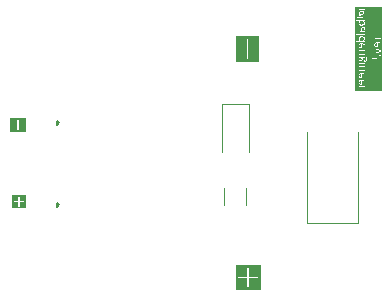
<source format=gbr>
%TF.GenerationSoftware,KiCad,Pcbnew,8.0.3*%
%TF.CreationDate,2024-07-10T14:42:46-05:00*%
%TF.ProjectId,banana to jst ph,62616e61-6e61-4207-946f-206a73742070,2*%
%TF.SameCoordinates,Original*%
%TF.FileFunction,Legend,Bot*%
%TF.FilePolarity,Positive*%
%FSLAX46Y46*%
G04 Gerber Fmt 4.6, Leading zero omitted, Abs format (unit mm)*
G04 Created by KiCad (PCBNEW 8.0.3) date 2024-07-10 14:42:46*
%MOMM*%
%LPD*%
G01*
G04 APERTURE LIST*
%ADD10C,0.150000*%
%ADD11C,0.120000*%
G04 APERTURE END LIST*
G36*
X127750000Y-95650000D02*
G01*
X129050000Y-95650000D01*
X129050000Y-95750000D01*
X127750000Y-95750000D01*
X127750000Y-95650000D01*
G37*
G36*
X127750000Y-96750000D02*
G01*
X129050000Y-96750000D01*
X129050000Y-96850000D01*
X127750000Y-96850000D01*
X127750000Y-96750000D01*
G37*
D10*
X131725000Y-95925000D02*
X131725000Y-96275000D01*
X131725000Y-95950000D02*
X131725000Y-95925000D01*
X131725000Y-103175000D02*
X131900000Y-103000000D01*
X131725000Y-96275000D02*
X131900000Y-96100000D01*
X131725000Y-95925000D02*
X131900000Y-96100000D01*
X131725000Y-102825000D02*
X131725000Y-103175000D01*
G36*
X127750000Y-95675000D02*
G01*
X128200000Y-95675000D01*
X128200000Y-96825000D01*
X127750000Y-96825000D01*
X127750000Y-95675000D01*
G37*
G36*
X146850000Y-88750000D02*
G01*
X147550000Y-88750000D01*
X147550000Y-90900000D01*
X146850000Y-90900000D01*
X146850000Y-88750000D01*
G37*
G36*
X128550000Y-95675000D02*
G01*
X129050000Y-95675000D01*
X129050000Y-96825000D01*
X128550000Y-96825000D01*
X128550000Y-95675000D01*
G37*
X131725000Y-102850000D02*
X131725000Y-102825000D01*
G36*
X148100000Y-88750000D02*
G01*
X148800000Y-88750000D01*
X148800000Y-90900000D01*
X148100000Y-90900000D01*
X148100000Y-88750000D01*
G37*
G36*
X146850000Y-90700000D02*
G01*
X148750000Y-90700000D01*
X148750000Y-90900000D01*
X146850000Y-90900000D01*
X146850000Y-90700000D01*
G37*
G36*
X146850000Y-88750000D02*
G01*
X148750000Y-88750000D01*
X148750000Y-88950000D01*
X146850000Y-88950000D01*
X146850000Y-88750000D01*
G37*
X131725000Y-102825000D02*
X131900000Y-103000000D01*
G36*
X148958601Y-110215724D02*
G01*
X146843230Y-110215724D01*
X146843230Y-109143406D01*
X147065452Y-109143406D01*
X147065452Y-109172670D01*
X147076651Y-109199706D01*
X147097343Y-109220398D01*
X147124379Y-109231597D01*
X147139011Y-109233038D01*
X147826698Y-109232393D01*
X147827356Y-109934575D01*
X147838555Y-109961611D01*
X147859247Y-109982303D01*
X147886283Y-109993502D01*
X147915547Y-109993502D01*
X147942583Y-109982303D01*
X147963275Y-109961611D01*
X147974474Y-109934575D01*
X147975915Y-109919943D01*
X147975270Y-109232254D01*
X148677452Y-109231597D01*
X148704488Y-109220398D01*
X148725180Y-109199706D01*
X148736379Y-109172670D01*
X148736379Y-109143406D01*
X148725180Y-109116370D01*
X148704488Y-109095678D01*
X148677452Y-109084479D01*
X148662820Y-109083038D01*
X147975131Y-109083682D01*
X147974474Y-108381501D01*
X147963275Y-108354465D01*
X147942583Y-108333773D01*
X147915547Y-108322574D01*
X147886283Y-108322574D01*
X147859247Y-108333773D01*
X147838555Y-108354465D01*
X147827356Y-108381501D01*
X147825915Y-108396133D01*
X147826559Y-109083821D01*
X147124379Y-109084479D01*
X147097343Y-109095678D01*
X147076651Y-109116370D01*
X147065452Y-109143406D01*
X146843230Y-109143406D01*
X146843230Y-108100352D01*
X148958601Y-108100352D01*
X148958601Y-110215724D01*
G37*
G36*
X148136288Y-90881506D02*
G01*
X147541844Y-90881506D01*
X147541844Y-89061916D01*
X147764066Y-89061916D01*
X147765507Y-90600357D01*
X147776706Y-90627393D01*
X147797398Y-90648085D01*
X147824434Y-90659284D01*
X147853698Y-90659284D01*
X147880734Y-90648085D01*
X147901426Y-90627393D01*
X147912625Y-90600357D01*
X147914066Y-90585725D01*
X147912625Y-89047284D01*
X147901426Y-89020248D01*
X147880734Y-88999556D01*
X147853698Y-88988357D01*
X147824434Y-88988357D01*
X147797398Y-88999556D01*
X147776706Y-89020248D01*
X147765507Y-89047284D01*
X147764066Y-89061916D01*
X147541844Y-89061916D01*
X147541844Y-88766135D01*
X148136288Y-88766135D01*
X148136288Y-90881506D01*
G37*
G36*
X157452990Y-92752936D02*
G01*
X157413804Y-92750619D01*
X157374237Y-92738822D01*
X157347477Y-92721477D01*
X157322681Y-92689167D01*
X157311012Y-92649898D01*
X157309180Y-92622803D01*
X157314313Y-92582311D01*
X157321099Y-92563989D01*
X157343374Y-92530687D01*
X157352752Y-92521589D01*
X157385799Y-92500376D01*
X157398475Y-92495210D01*
X157437144Y-92486148D01*
X157452990Y-92484855D01*
X157452990Y-92752936D01*
G37*
G36*
X157452990Y-92195671D02*
G01*
X157413804Y-92193355D01*
X157374237Y-92181558D01*
X157347477Y-92164213D01*
X157322681Y-92131903D01*
X157311012Y-92092633D01*
X157309180Y-92065538D01*
X157314313Y-92025047D01*
X157321099Y-92006725D01*
X157343374Y-91973422D01*
X157352752Y-91964324D01*
X157385799Y-91943112D01*
X157398475Y-91937946D01*
X157437144Y-91928883D01*
X157452990Y-91927590D01*
X157452990Y-92195671D01*
G37*
G36*
X157868764Y-90541515D02*
G01*
X157884811Y-90563543D01*
X157897367Y-90600803D01*
X157902532Y-90641433D01*
X157903178Y-90664757D01*
X157900917Y-90704757D01*
X157895167Y-90733731D01*
X157879735Y-90770525D01*
X157874260Y-90778476D01*
X157844169Y-90802901D01*
X157808803Y-90810326D01*
X157770950Y-90796800D01*
X157760150Y-90784143D01*
X157745379Y-90746739D01*
X157741782Y-90713605D01*
X157737484Y-90585622D01*
X157763471Y-90556704D01*
X157786723Y-90538923D01*
X157808803Y-90529739D01*
X157831273Y-90527395D01*
X157868764Y-90541515D01*
G37*
G36*
X157454472Y-90560456D02*
G01*
X157488747Y-90582105D01*
X157509634Y-90617872D01*
X157515490Y-90656767D01*
X157515516Y-90659872D01*
X157510098Y-90698728D01*
X157507309Y-90706376D01*
X157484644Y-90739202D01*
X157451231Y-90758351D01*
X157411762Y-90764799D01*
X157371055Y-90758702D01*
X157336339Y-90737053D01*
X157315969Y-90703445D01*
X157309286Y-90664421D01*
X157309180Y-90658113D01*
X157315161Y-90618469D01*
X157317581Y-90612196D01*
X157340833Y-90579760D01*
X157374832Y-90560612D01*
X157413583Y-90554365D01*
X157414888Y-90554359D01*
X157454472Y-90560456D01*
G37*
G36*
X157452990Y-89678211D02*
G01*
X157413804Y-89675895D01*
X157374237Y-89664098D01*
X157347477Y-89646753D01*
X157322681Y-89614443D01*
X157311012Y-89575173D01*
X157309180Y-89548079D01*
X157314313Y-89507587D01*
X157321099Y-89489265D01*
X157343374Y-89455962D01*
X157352752Y-89446864D01*
X157385799Y-89425652D01*
X157398475Y-89420486D01*
X157437144Y-89411423D01*
X157452990Y-89410130D01*
X157452990Y-89678211D01*
G37*
G36*
X158796990Y-89578952D02*
G01*
X158757804Y-89576635D01*
X158718237Y-89564838D01*
X158691477Y-89547493D01*
X158666681Y-89515183D01*
X158655012Y-89475914D01*
X158653180Y-89448819D01*
X158658313Y-89408327D01*
X158665099Y-89390005D01*
X158687374Y-89356703D01*
X158696752Y-89347605D01*
X158729799Y-89326392D01*
X158742475Y-89321227D01*
X158781144Y-89312164D01*
X158796990Y-89310871D01*
X158796990Y-89578952D01*
G37*
G36*
X157548316Y-88823202D02*
G01*
X157582732Y-88827269D01*
X157620925Y-88836522D01*
X157647212Y-88847395D01*
X157679345Y-88870155D01*
X157692348Y-88885301D01*
X157707338Y-88921549D01*
X157709347Y-88944701D01*
X157704462Y-88979481D01*
X157687658Y-89013871D01*
X157662867Y-89044659D01*
X157657177Y-89050605D01*
X157627321Y-89078219D01*
X157611064Y-89091442D01*
X157410785Y-89091442D01*
X157379012Y-89064102D01*
X157351599Y-89035290D01*
X157339856Y-89020123D01*
X157321538Y-88985148D01*
X157315432Y-88948609D01*
X157321996Y-88909255D01*
X157332236Y-88889600D01*
X157360152Y-88860710D01*
X157376200Y-88850326D01*
X157413218Y-88834725D01*
X157438140Y-88828441D01*
X157477419Y-88822912D01*
X157508482Y-88821603D01*
X157548316Y-88823202D01*
G37*
G36*
X157671812Y-88034372D02*
G01*
X157692934Y-88050186D01*
X157711859Y-88086078D01*
X157715600Y-88118574D01*
X157709262Y-88159176D01*
X157697623Y-88184813D01*
X157672912Y-88218082D01*
X157644445Y-88246805D01*
X157642131Y-88248902D01*
X157537400Y-88248902D01*
X157537400Y-88171330D01*
X157539673Y-88130457D01*
X157543848Y-88106460D01*
X157557315Y-88069322D01*
X157562411Y-88060933D01*
X157592110Y-88034164D01*
X157630376Y-88025770D01*
X157631775Y-88025762D01*
X157671812Y-88034372D01*
G37*
G36*
X157645768Y-87496139D02*
G01*
X157673181Y-87524969D01*
X157684923Y-87540012D01*
X157703241Y-87574743D01*
X157709347Y-87610940D01*
X157702783Y-87649622D01*
X157692543Y-87669167D01*
X157664358Y-87698141D01*
X157648189Y-87708441D01*
X157610987Y-87724042D01*
X157586249Y-87730326D01*
X157547251Y-87736013D01*
X157516493Y-87737360D01*
X157476201Y-87735705D01*
X157441657Y-87731498D01*
X157403429Y-87722341D01*
X157377372Y-87711372D01*
X157345411Y-87688612D01*
X157332431Y-87673466D01*
X157317092Y-87635685D01*
X157315432Y-87614848D01*
X157320512Y-87580067D01*
X157337316Y-87545483D01*
X157361969Y-87514833D01*
X157367602Y-87508944D01*
X157397559Y-87481683D01*
X157414106Y-87468497D01*
X157613995Y-87468497D01*
X157645768Y-87496139D01*
G37*
G36*
X157568616Y-86671370D02*
G01*
X157590938Y-86681254D01*
X157611403Y-86716435D01*
X157612431Y-86730688D01*
X157608133Y-86757457D01*
X157594455Y-86786571D01*
X157571344Y-86818129D01*
X157570422Y-86819202D01*
X157543693Y-86848521D01*
X157535055Y-86857499D01*
X157393004Y-86883878D01*
X157360834Y-86861333D01*
X157340052Y-86840891D01*
X157322833Y-86804657D01*
X157321685Y-86791065D01*
X157330832Y-86752806D01*
X157332822Y-86749251D01*
X157359178Y-86718568D01*
X157361350Y-86716815D01*
X157395373Y-86696021D01*
X157400819Y-86693564D01*
X157438913Y-86679911D01*
X157446151Y-86677932D01*
X157485602Y-86670025D01*
X157491092Y-86669335D01*
X157529584Y-86666795D01*
X157568616Y-86671370D01*
G37*
G36*
X159220394Y-93357470D02*
G01*
X156923291Y-93357470D01*
X156923291Y-93196481D01*
X157237274Y-93196481D01*
X157238056Y-93212698D01*
X157240987Y-93231651D01*
X157245872Y-93249432D01*
X157251343Y-93260765D01*
X157256618Y-93265064D01*
X157262871Y-93267018D01*
X157273813Y-93268190D01*
X157293548Y-93268581D01*
X157313674Y-93267995D01*
X157326374Y-93265650D01*
X157333408Y-93261547D01*
X157335949Y-93254708D01*
X157333408Y-93243961D01*
X157328524Y-93229698D01*
X157323834Y-93211917D01*
X157321685Y-93190423D01*
X157327547Y-93163459D01*
X157346500Y-93135713D01*
X157376142Y-93109213D01*
X157381475Y-93105231D01*
X157414234Y-93082944D01*
X157434818Y-93070060D01*
X157758000Y-93070060D01*
X157765425Y-93067911D01*
X157770701Y-93060681D01*
X157774023Y-93047004D01*
X157775000Y-93024534D01*
X157774023Y-93002454D01*
X157770701Y-92988386D01*
X157765425Y-92981351D01*
X157758000Y-92979397D01*
X157266779Y-92979397D01*
X157259354Y-92980961D01*
X157253883Y-92987604D01*
X157250561Y-93000305D01*
X157249780Y-93020626D01*
X157250561Y-93040751D01*
X157253883Y-93053061D01*
X157259354Y-93059314D01*
X157266779Y-93061268D01*
X157338293Y-93061268D01*
X157305533Y-93084503D01*
X157287882Y-93099370D01*
X157260890Y-93128174D01*
X157257205Y-93133173D01*
X157241573Y-93164827D01*
X157237274Y-93196481D01*
X156923291Y-93196481D01*
X156923291Y-92626711D01*
X157237274Y-92626711D01*
X157239885Y-92667936D01*
X157248604Y-92707077D01*
X157255837Y-92725776D01*
X157276030Y-92761024D01*
X157303721Y-92791524D01*
X157305662Y-92793187D01*
X157339661Y-92816048D01*
X157376504Y-92831092D01*
X157379131Y-92831875D01*
X157419986Y-92840710D01*
X157460442Y-92844076D01*
X157469403Y-92844185D01*
X157485621Y-92844185D01*
X157515907Y-92833438D01*
X157524895Y-92809014D01*
X157524895Y-92484855D01*
X157565732Y-92486906D01*
X157602271Y-92493061D01*
X157639733Y-92506664D01*
X157661475Y-92520416D01*
X157688908Y-92550686D01*
X157699382Y-92570437D01*
X157709968Y-92609496D01*
X157712473Y-92645859D01*
X157710260Y-92686770D01*
X157706807Y-92708386D01*
X157696813Y-92746902D01*
X157693715Y-92756062D01*
X157680819Y-92789083D01*
X157674958Y-92808623D01*
X157676912Y-92815266D01*
X157682773Y-92819956D01*
X157693715Y-92822496D01*
X157710715Y-92823277D01*
X157723415Y-92822691D01*
X157732990Y-92821324D01*
X157740415Y-92818588D01*
X157746863Y-92813703D01*
X157757023Y-92795922D01*
X157770090Y-92758899D01*
X157770505Y-92757430D01*
X157779518Y-92717789D01*
X157782229Y-92702719D01*
X157786763Y-92662282D01*
X157787505Y-92636481D01*
X157785473Y-92596346D01*
X157778622Y-92556619D01*
X157770310Y-92529600D01*
X157751952Y-92492227D01*
X157727311Y-92460464D01*
X157719117Y-92452419D01*
X157686077Y-92427981D01*
X157649503Y-92410513D01*
X157633925Y-92405134D01*
X157593194Y-92395489D01*
X157551754Y-92390559D01*
X157514930Y-92389307D01*
X157472147Y-92391246D01*
X157432457Y-92397065D01*
X157399061Y-92405720D01*
X157362571Y-92420091D01*
X157328002Y-92440310D01*
X157311524Y-92453201D01*
X157283282Y-92482853D01*
X157261473Y-92517443D01*
X157256423Y-92528232D01*
X157244025Y-92565694D01*
X157237948Y-92606639D01*
X157237405Y-92622803D01*
X157237274Y-92626711D01*
X156923291Y-92626711D01*
X156923291Y-92069446D01*
X157237274Y-92069446D01*
X157239885Y-92110671D01*
X157248604Y-92149813D01*
X157255837Y-92168511D01*
X157276030Y-92203759D01*
X157303721Y-92234259D01*
X157305662Y-92235922D01*
X157339661Y-92258783D01*
X157376504Y-92273827D01*
X157379131Y-92274610D01*
X157419986Y-92283446D01*
X157460442Y-92286812D01*
X157469403Y-92286920D01*
X157485621Y-92286920D01*
X157515907Y-92276173D01*
X157524895Y-92251749D01*
X157524895Y-91927590D01*
X157565732Y-91929642D01*
X157602271Y-91935797D01*
X157639733Y-91949399D01*
X157661475Y-91963152D01*
X157688908Y-91993422D01*
X157699382Y-92013173D01*
X157709968Y-92052232D01*
X157712473Y-92088595D01*
X157710260Y-92129506D01*
X157706807Y-92151121D01*
X157696813Y-92189637D01*
X157693715Y-92198797D01*
X157680819Y-92231819D01*
X157674958Y-92251358D01*
X157676912Y-92258002D01*
X157682773Y-92262691D01*
X157693715Y-92265231D01*
X157710715Y-92266013D01*
X157723415Y-92265427D01*
X157732990Y-92264059D01*
X157740415Y-92261324D01*
X157746863Y-92256439D01*
X157757023Y-92238658D01*
X157770090Y-92201634D01*
X157770505Y-92200165D01*
X157779518Y-92160524D01*
X157782229Y-92145455D01*
X157786763Y-92105017D01*
X157787505Y-92079216D01*
X157785473Y-92039082D01*
X157778622Y-91999354D01*
X157770310Y-91972335D01*
X157751952Y-91934962D01*
X157727311Y-91903199D01*
X157719117Y-91895155D01*
X157686077Y-91870717D01*
X157649503Y-91853248D01*
X157633925Y-91847869D01*
X157593194Y-91838225D01*
X157551754Y-91833294D01*
X157514930Y-91832042D01*
X157472147Y-91833982D01*
X157432457Y-91839800D01*
X157399061Y-91848455D01*
X157362571Y-91862826D01*
X157328002Y-91883045D01*
X157311524Y-91895936D01*
X157283282Y-91925589D01*
X157261473Y-91960178D01*
X157256423Y-91970968D01*
X157244025Y-92008429D01*
X157237948Y-92049374D01*
X157237405Y-92065538D01*
X157237274Y-92069446D01*
X156923291Y-92069446D01*
X156923291Y-91525273D01*
X157237274Y-91525273D01*
X157240491Y-91565633D01*
X157252044Y-91604248D01*
X157254078Y-91608511D01*
X157276569Y-91642459D01*
X157299019Y-91663222D01*
X157333702Y-91682971D01*
X157364867Y-91693117D01*
X157403570Y-91699709D01*
X157445735Y-91702220D01*
X157455530Y-91702300D01*
X157758000Y-91702300D01*
X157765425Y-91700151D01*
X157770701Y-91692922D01*
X157774023Y-91679244D01*
X157775000Y-91657164D01*
X157774023Y-91634694D01*
X157770701Y-91620821D01*
X157765425Y-91613787D01*
X157757805Y-91611638D01*
X157467058Y-91611638D01*
X157426695Y-91609763D01*
X157398866Y-91604994D01*
X157361409Y-91590200D01*
X157354120Y-91585650D01*
X157327343Y-91556726D01*
X157325397Y-91553019D01*
X157315675Y-91514797D01*
X157315432Y-91506711D01*
X157323098Y-91468304D01*
X157339661Y-91438518D01*
X157365200Y-91408096D01*
X157393996Y-91380949D01*
X157410785Y-91367004D01*
X157757805Y-91367004D01*
X157765425Y-91364855D01*
X157770701Y-91357625D01*
X157774023Y-91343947D01*
X157775000Y-91321477D01*
X157774023Y-91299397D01*
X157770701Y-91285329D01*
X157765425Y-91278295D01*
X157758000Y-91276341D01*
X157266779Y-91276341D01*
X157259354Y-91277904D01*
X157253883Y-91284548D01*
X157250561Y-91297248D01*
X157249780Y-91317569D01*
X157250561Y-91337695D01*
X157253883Y-91350005D01*
X157259354Y-91356257D01*
X157266779Y-91358211D01*
X157331650Y-91358211D01*
X157301160Y-91386912D01*
X157274956Y-91418117D01*
X157260136Y-91441449D01*
X157244508Y-91477978D01*
X157237475Y-91517365D01*
X157237274Y-91525273D01*
X156923291Y-91525273D01*
X156923291Y-91065706D01*
X157040317Y-91065706D01*
X157047798Y-91104175D01*
X157051650Y-91109279D01*
X157090588Y-91121151D01*
X157094441Y-91121198D01*
X157133099Y-91113200D01*
X157138210Y-91109083D01*
X157149636Y-91070437D01*
X157149728Y-91065120D01*
X157249780Y-91065120D01*
X157250952Y-91087590D01*
X157254274Y-91101268D01*
X157259745Y-91108497D01*
X157266779Y-91110647D01*
X157758000Y-91110647D01*
X157765425Y-91108497D01*
X157770701Y-91101268D01*
X157774023Y-91087590D01*
X157775000Y-91065120D01*
X157774023Y-91043040D01*
X157770701Y-91028972D01*
X157765425Y-91021938D01*
X157758000Y-91019984D01*
X157266779Y-91019984D01*
X157259745Y-91021938D01*
X157254274Y-91028972D01*
X157250952Y-91043040D01*
X157249780Y-91065120D01*
X157149728Y-91065120D01*
X157149738Y-91064534D01*
X157142256Y-91025936D01*
X157138405Y-91020765D01*
X157099467Y-91009087D01*
X157095614Y-91009042D01*
X157057085Y-91017039D01*
X157052041Y-91021156D01*
X157040420Y-91059803D01*
X157040317Y-91065706D01*
X156923291Y-91065706D01*
X156923291Y-90659872D01*
X157237274Y-90659872D01*
X157240194Y-90699428D01*
X157240596Y-90701882D01*
X157249780Y-90738421D01*
X157249780Y-90887897D01*
X157259159Y-90901770D01*
X157287491Y-90906460D01*
X157316018Y-90901184D01*
X157324811Y-90887897D01*
X157324811Y-90816969D01*
X157356920Y-90840475D01*
X157365062Y-90843738D01*
X157403573Y-90851363D01*
X157410980Y-90851554D01*
X157450938Y-90848086D01*
X157486011Y-90837681D01*
X157521084Y-90817237D01*
X157541113Y-90798407D01*
X157564076Y-90764798D01*
X157575502Y-90737834D01*
X157584802Y-90698314D01*
X157587421Y-90659872D01*
X157583727Y-90619614D01*
X157579605Y-90602231D01*
X157564007Y-90566222D01*
X157559675Y-90560221D01*
X157583513Y-90544003D01*
X157614190Y-90537751D01*
X157647993Y-90555531D01*
X157659063Y-90585622D01*
X157661587Y-90592482D01*
X157662452Y-90603208D01*
X157667923Y-90732363D01*
X157671777Y-90771773D01*
X157678279Y-90799774D01*
X157693699Y-90836676D01*
X157704462Y-90853117D01*
X157732936Y-90880450D01*
X157746277Y-90888288D01*
X157784007Y-90899748D01*
X157803722Y-90900989D01*
X157843552Y-90895960D01*
X157869375Y-90886725D01*
X157903744Y-90864414D01*
X157924085Y-90842956D01*
X157945237Y-90809544D01*
X157960541Y-90770767D01*
X157961406Y-90767925D01*
X157970261Y-90728193D01*
X157974429Y-90686652D01*
X157975083Y-90660263D01*
X157973627Y-90617893D01*
X157968763Y-90577573D01*
X157964727Y-90558267D01*
X157952662Y-90520019D01*
X157937897Y-90491443D01*
X158393696Y-90491443D01*
X158396115Y-90531227D01*
X158404916Y-90571841D01*
X158408351Y-90581715D01*
X158425692Y-90617228D01*
X158448406Y-90646000D01*
X158479641Y-90670716D01*
X158507611Y-90684297D01*
X158546842Y-90694567D01*
X158579321Y-90696998D01*
X158620089Y-90694862D01*
X158647904Y-90690940D01*
X158685627Y-90680700D01*
X158721568Y-90665344D01*
X158757861Y-90644918D01*
X158791768Y-90622112D01*
X158809690Y-90608875D01*
X158841408Y-90583550D01*
X158872400Y-90556711D01*
X158901896Y-90529637D01*
X158921260Y-90511178D01*
X159037715Y-90398631D01*
X159037715Y-90707940D01*
X159040256Y-90716537D01*
X159047876Y-90723571D01*
X159060381Y-90728065D01*
X159077771Y-90729433D01*
X159095552Y-90728065D01*
X159108644Y-90724157D01*
X159116459Y-90717514D01*
X159119000Y-90708526D01*
X159119000Y-90315588D01*
X159117046Y-90302106D01*
X159110793Y-90292141D01*
X159097897Y-90286083D01*
X159077381Y-90284325D01*
X159058036Y-90285106D01*
X159043187Y-90288624D01*
X159030486Y-90295462D01*
X159016808Y-90306209D01*
X158872217Y-90444157D01*
X158841270Y-90472207D01*
X158809654Y-90498742D01*
X158780577Y-90520752D01*
X158746399Y-90543512D01*
X158710727Y-90563296D01*
X158706522Y-90565302D01*
X158669049Y-90580076D01*
X158645950Y-90585818D01*
X158606896Y-90590581D01*
X158594757Y-90590899D01*
X158555327Y-90584915D01*
X158550011Y-90583083D01*
X158515902Y-90563494D01*
X158512886Y-90560808D01*
X158489302Y-90528342D01*
X158487485Y-90524269D01*
X158478555Y-90486020D01*
X158478106Y-90473857D01*
X158482152Y-90434595D01*
X158488462Y-90413676D01*
X158504985Y-90377442D01*
X158510933Y-90366977D01*
X158532754Y-90334218D01*
X158533403Y-90333369D01*
X158543759Y-90313439D01*
X158541414Y-90306404D01*
X158533989Y-90301520D01*
X158520116Y-90298393D01*
X158499404Y-90297416D01*
X158484359Y-90298003D01*
X158473417Y-90299956D01*
X158464819Y-90303474D01*
X158454659Y-90312266D01*
X158438246Y-90335127D01*
X158419603Y-90371262D01*
X158417729Y-90375769D01*
X158404840Y-90413403D01*
X158400730Y-90429503D01*
X158394527Y-90469490D01*
X158393696Y-90491443D01*
X157937897Y-90491443D01*
X157936786Y-90489293D01*
X157909281Y-90459412D01*
X157894581Y-90450409D01*
X157856969Y-90439253D01*
X157841043Y-90438295D01*
X157805676Y-90442594D01*
X157773046Y-90456076D01*
X157743346Y-90478742D01*
X157716271Y-90508714D01*
X157715404Y-90509809D01*
X157691165Y-90478316D01*
X157679647Y-90469949D01*
X157642081Y-90457506D01*
X157632752Y-90457053D01*
X157592346Y-90462396D01*
X157570812Y-90470730D01*
X157537349Y-90491543D01*
X157521769Y-90504729D01*
X157488722Y-90483187D01*
X157476437Y-90477765D01*
X157436699Y-90468949D01*
X157415279Y-90467995D01*
X157375662Y-90471561D01*
X157340443Y-90482259D01*
X157306412Y-90501768D01*
X157284560Y-90521728D01*
X157261201Y-90555405D01*
X157249584Y-90582496D01*
X157239979Y-90622045D01*
X157237400Y-90658113D01*
X157237274Y-90659872D01*
X156923291Y-90659872D01*
X156923291Y-90153605D01*
X157237274Y-90153605D01*
X157240491Y-90193965D01*
X157252044Y-90232580D01*
X157254078Y-90236843D01*
X157276569Y-90270792D01*
X157299019Y-90291554D01*
X157333702Y-90311303D01*
X157364867Y-90321449D01*
X157403570Y-90328041D01*
X157445735Y-90330552D01*
X157455530Y-90330633D01*
X157758000Y-90330633D01*
X157765425Y-90328483D01*
X157770701Y-90321254D01*
X157774023Y-90307576D01*
X157775000Y-90285497D01*
X157774023Y-90263026D01*
X157770701Y-90249153D01*
X157765425Y-90242119D01*
X157757805Y-90239970D01*
X157467058Y-90239970D01*
X157426695Y-90238095D01*
X157398866Y-90233326D01*
X157361409Y-90218532D01*
X157354120Y-90213982D01*
X157327343Y-90185058D01*
X157325397Y-90181351D01*
X157315675Y-90143129D01*
X157315432Y-90135043D01*
X157323098Y-90096637D01*
X157339661Y-90066850D01*
X157365200Y-90036428D01*
X157393996Y-90009281D01*
X157410785Y-89995336D01*
X157757805Y-89995336D01*
X157765425Y-89993187D01*
X157770701Y-89985957D01*
X157774023Y-89972280D01*
X157775000Y-89949809D01*
X157774023Y-89927730D01*
X157770701Y-89913661D01*
X157765425Y-89906627D01*
X157758000Y-89904673D01*
X157266779Y-89904673D01*
X157259354Y-89906236D01*
X157253883Y-89912880D01*
X157250561Y-89925580D01*
X157249780Y-89945901D01*
X157250561Y-89966027D01*
X157253883Y-89978337D01*
X157259354Y-89984589D01*
X157266779Y-89986543D01*
X157331650Y-89986543D01*
X157301160Y-90015245D01*
X157274956Y-90046450D01*
X157260136Y-90069781D01*
X157244508Y-90106310D01*
X157237475Y-90145697D01*
X157237274Y-90153605D01*
X156923291Y-90153605D01*
X156923291Y-89779035D01*
X158593780Y-89779035D01*
X158594561Y-89804632D01*
X158597688Y-89819482D01*
X158603159Y-89827102D01*
X158611170Y-89831792D01*
X159016222Y-89971499D01*
X159022866Y-89973648D01*
X159016222Y-89975407D01*
X158611170Y-90113160D01*
X158603159Y-90117067D01*
X158597688Y-90125079D01*
X158594561Y-90139342D01*
X158593780Y-90163180D01*
X158594366Y-90184088D01*
X158597101Y-90196984D01*
X158602377Y-90203627D01*
X158609607Y-90205581D01*
X158614296Y-90205190D01*
X158619376Y-90204409D01*
X158625434Y-90203041D01*
X158632468Y-90201087D01*
X159099265Y-90032462D01*
X159109230Y-90026600D01*
X159115287Y-90015853D01*
X159118218Y-89997877D01*
X159119000Y-89970326D01*
X159118023Y-89942776D01*
X159114701Y-89924995D01*
X159108644Y-89914248D01*
X159099265Y-89908191D01*
X158632468Y-89740152D01*
X158621135Y-89736439D01*
X158613710Y-89734876D01*
X158609607Y-89734681D01*
X158601986Y-89736830D01*
X158596906Y-89744255D01*
X158594366Y-89757933D01*
X158593780Y-89779035D01*
X156923291Y-89779035D01*
X156923291Y-89551986D01*
X157237274Y-89551986D01*
X157239885Y-89593212D01*
X157248604Y-89632353D01*
X157255837Y-89651051D01*
X157276030Y-89686300D01*
X157303721Y-89716799D01*
X157305662Y-89718462D01*
X157339661Y-89741324D01*
X157376504Y-89756367D01*
X157379131Y-89757150D01*
X157419986Y-89765986D01*
X157460442Y-89769352D01*
X157469403Y-89769460D01*
X157485621Y-89769460D01*
X157515907Y-89758714D01*
X157524895Y-89734289D01*
X157524895Y-89410130D01*
X157565732Y-89412182D01*
X157602271Y-89418337D01*
X157639733Y-89431940D01*
X157661475Y-89445692D01*
X157688908Y-89475962D01*
X157699382Y-89495713D01*
X157709968Y-89534772D01*
X157712473Y-89571135D01*
X157710260Y-89612046D01*
X157706807Y-89633661D01*
X157696813Y-89672177D01*
X157693715Y-89681337D01*
X157680819Y-89714359D01*
X157674958Y-89733899D01*
X157676912Y-89740542D01*
X157682773Y-89745231D01*
X157693715Y-89747772D01*
X157710715Y-89748553D01*
X157723415Y-89747967D01*
X157732990Y-89746599D01*
X157740415Y-89743864D01*
X157746863Y-89738979D01*
X157757023Y-89721198D01*
X157770090Y-89684174D01*
X157770505Y-89682705D01*
X157779518Y-89643065D01*
X157782229Y-89627995D01*
X157786763Y-89587557D01*
X157787505Y-89561756D01*
X157785473Y-89521622D01*
X157778622Y-89481894D01*
X157770310Y-89454875D01*
X157769255Y-89452727D01*
X158581274Y-89452727D01*
X158583885Y-89493952D01*
X158592604Y-89533093D01*
X158599837Y-89551792D01*
X158620030Y-89587040D01*
X158647721Y-89617540D01*
X158649662Y-89619203D01*
X158683661Y-89642064D01*
X158720504Y-89657108D01*
X158723131Y-89657891D01*
X158763986Y-89666727D01*
X158804442Y-89670093D01*
X158813403Y-89670201D01*
X158829621Y-89670201D01*
X158859907Y-89659454D01*
X158868895Y-89635030D01*
X158868895Y-89310871D01*
X158909732Y-89312922D01*
X158946271Y-89319077D01*
X158983733Y-89332680D01*
X159005475Y-89346432D01*
X159032908Y-89376702D01*
X159043382Y-89396453D01*
X159053968Y-89435512D01*
X159056473Y-89471876D01*
X159054260Y-89512786D01*
X159050807Y-89534402D01*
X159040813Y-89572918D01*
X159037715Y-89582078D01*
X159024819Y-89615100D01*
X159018958Y-89634639D01*
X159020912Y-89641282D01*
X159026773Y-89645972D01*
X159037715Y-89648512D01*
X159054715Y-89649294D01*
X159067415Y-89648707D01*
X159076990Y-89647340D01*
X159084415Y-89644604D01*
X159090863Y-89639719D01*
X159101023Y-89621938D01*
X159114090Y-89584915D01*
X159114505Y-89583446D01*
X159123518Y-89543805D01*
X159126229Y-89528735D01*
X159130763Y-89488298D01*
X159131505Y-89462497D01*
X159129473Y-89422362D01*
X159122622Y-89382635D01*
X159114310Y-89355616D01*
X159095952Y-89318243D01*
X159071311Y-89286480D01*
X159063117Y-89278435D01*
X159030077Y-89253997D01*
X158993503Y-89236529D01*
X158977925Y-89231150D01*
X158937194Y-89221505D01*
X158895754Y-89216575D01*
X158858930Y-89215323D01*
X158816147Y-89217262D01*
X158776457Y-89223081D01*
X158743061Y-89231736D01*
X158706571Y-89246107D01*
X158672002Y-89266326D01*
X158655524Y-89279217D01*
X158627282Y-89308869D01*
X158605473Y-89343459D01*
X158600423Y-89354248D01*
X158588025Y-89391710D01*
X158581948Y-89432655D01*
X158581405Y-89448819D01*
X158581274Y-89452727D01*
X157769255Y-89452727D01*
X157751952Y-89417503D01*
X157727311Y-89385740D01*
X157719117Y-89377695D01*
X157686077Y-89353257D01*
X157649503Y-89335788D01*
X157633925Y-89330409D01*
X157593194Y-89320765D01*
X157551754Y-89315834D01*
X157514930Y-89314582D01*
X157472147Y-89316522D01*
X157432457Y-89322340D01*
X157399061Y-89330996D01*
X157362571Y-89345366D01*
X157328002Y-89365585D01*
X157311524Y-89378476D01*
X157283282Y-89408129D01*
X157261473Y-89442718D01*
X157256423Y-89453508D01*
X157244025Y-89490970D01*
X157237948Y-89531914D01*
X157237405Y-89548079D01*
X157237274Y-89551986D01*
X156923291Y-89551986D01*
X156923291Y-89136578D01*
X157012180Y-89136578D01*
X157013548Y-89159049D01*
X157016870Y-89172726D01*
X157022341Y-89180151D01*
X157029766Y-89182691D01*
X157758000Y-89182691D01*
X157765816Y-89180737D01*
X157770896Y-89174094D01*
X157774023Y-89161784D01*
X157775000Y-89143026D01*
X157774023Y-89123682D01*
X157771092Y-89111177D01*
X157766207Y-89103947D01*
X157758782Y-89101798D01*
X157696842Y-89101798D01*
X157708496Y-89090075D01*
X158581274Y-89090075D01*
X158582056Y-89106293D01*
X158584987Y-89125246D01*
X158589872Y-89143027D01*
X158595343Y-89154360D01*
X158600618Y-89158658D01*
X158606871Y-89160612D01*
X158617813Y-89161785D01*
X158637548Y-89162176D01*
X158657674Y-89161589D01*
X158670374Y-89159245D01*
X158677408Y-89155141D01*
X158679949Y-89148303D01*
X158677408Y-89137556D01*
X158672524Y-89123292D01*
X158667834Y-89105511D01*
X158665685Y-89084018D01*
X158671547Y-89057053D01*
X158690500Y-89029307D01*
X158720142Y-89002807D01*
X158725475Y-88998826D01*
X158758234Y-88976538D01*
X158778818Y-88963655D01*
X159102000Y-88963655D01*
X159109425Y-88961506D01*
X159114701Y-88954276D01*
X159118023Y-88940598D01*
X159119000Y-88918128D01*
X159118023Y-88896049D01*
X159114701Y-88881980D01*
X159109425Y-88874946D01*
X159102000Y-88872992D01*
X158610779Y-88872992D01*
X158603354Y-88874555D01*
X158597883Y-88881199D01*
X158594561Y-88893899D01*
X158593780Y-88914220D01*
X158594561Y-88934346D01*
X158597883Y-88946656D01*
X158603354Y-88952908D01*
X158610779Y-88954862D01*
X158682293Y-88954862D01*
X158649533Y-88978098D01*
X158631882Y-88992964D01*
X158604890Y-89021769D01*
X158601205Y-89026767D01*
X158585573Y-89058421D01*
X158581274Y-89090075D01*
X157708496Y-89090075D01*
X157726297Y-89072168D01*
X157752254Y-89039015D01*
X157763667Y-89020709D01*
X157779962Y-88982417D01*
X157787132Y-88941059D01*
X157787505Y-88928679D01*
X157783990Y-88887156D01*
X157772342Y-88848282D01*
X157766207Y-88835866D01*
X157742794Y-88803000D01*
X157712855Y-88776573D01*
X157708370Y-88773536D01*
X157671324Y-88753978D01*
X157631713Y-88740760D01*
X157622592Y-88738560D01*
X157581714Y-88731475D01*
X157542435Y-88728142D01*
X157518838Y-88727618D01*
X157479656Y-88728954D01*
X157439421Y-88733508D01*
X157402187Y-88741296D01*
X157362473Y-88754696D01*
X157325330Y-88773887D01*
X157313478Y-88781938D01*
X157282775Y-88810050D01*
X157259543Y-88843830D01*
X157257009Y-88848762D01*
X157243519Y-88885997D01*
X157237756Y-88924790D01*
X157237274Y-88940793D01*
X157238117Y-88948609D01*
X157241482Y-88979828D01*
X157255245Y-89017869D01*
X157256423Y-89020123D01*
X157278368Y-89053797D01*
X157306054Y-89084839D01*
X157312892Y-89091442D01*
X157029570Y-89091442D01*
X157022145Y-89093396D01*
X157016870Y-89100821D01*
X157013548Y-89114694D01*
X157012180Y-89136578D01*
X156923291Y-89136578D01*
X156923291Y-88547660D01*
X157012180Y-88547660D01*
X157013353Y-88570130D01*
X157016479Y-88583808D01*
X157021950Y-88591037D01*
X157029570Y-88593187D01*
X157758000Y-88593187D01*
X157765621Y-88591037D01*
X157770701Y-88583808D01*
X157774023Y-88570130D01*
X157775000Y-88547660D01*
X157774023Y-88525580D01*
X157770701Y-88511512D01*
X157765621Y-88504478D01*
X157758000Y-88502524D01*
X157029570Y-88502524D01*
X157021950Y-88504478D01*
X157016479Y-88511512D01*
X157013353Y-88525580D01*
X157012180Y-88547660D01*
X156923291Y-88547660D01*
X156923291Y-88143975D01*
X157237274Y-88143975D01*
X157239274Y-88184672D01*
X157246550Y-88225058D01*
X157249389Y-88234638D01*
X157265459Y-88270265D01*
X157284951Y-88295015D01*
X157316790Y-88317917D01*
X157343178Y-88328427D01*
X157383233Y-88336660D01*
X157424071Y-88338979D01*
X157758391Y-88338979D01*
X157768356Y-88334485D01*
X157773436Y-88322370D01*
X157775000Y-88300095D01*
X157773436Y-88277039D01*
X157768356Y-88264729D01*
X157758391Y-88261016D01*
X157708956Y-88261016D01*
X157736921Y-88231214D01*
X157759948Y-88198570D01*
X157765621Y-88188721D01*
X157781328Y-88150321D01*
X157787419Y-88109861D01*
X157787505Y-88104310D01*
X157784582Y-88065037D01*
X157777149Y-88033773D01*
X157760540Y-87997869D01*
X157747058Y-87979844D01*
X157715767Y-87953926D01*
X157698796Y-87945259D01*
X157659839Y-87934681D01*
X157633534Y-87932949D01*
X157593576Y-87937199D01*
X157559284Y-87949949D01*
X157527294Y-87973772D01*
X157507114Y-87998797D01*
X157488845Y-88034213D01*
X157476508Y-88073892D01*
X157475851Y-88076760D01*
X157469146Y-88116256D01*
X157465991Y-88156034D01*
X157465684Y-88171330D01*
X157465495Y-88180709D01*
X157465495Y-88248902D01*
X157427393Y-88248902D01*
X157387365Y-88245205D01*
X157377568Y-88242845D01*
X157342319Y-88224141D01*
X157341420Y-88223305D01*
X157320190Y-88189665D01*
X157319731Y-88188330D01*
X157312661Y-88148969D01*
X157312306Y-88135769D01*
X157315359Y-88096430D01*
X157320122Y-88075392D01*
X157333288Y-88037806D01*
X157337316Y-88028693D01*
X157354511Y-87995280D01*
X157362327Y-87975155D01*
X157360177Y-87967534D01*
X157353339Y-87961672D01*
X157341810Y-87958155D01*
X157326179Y-87957178D01*
X157303904Y-87958937D01*
X157288468Y-87968316D01*
X157271859Y-87993912D01*
X157256498Y-88031342D01*
X157255055Y-88035727D01*
X157244980Y-88073609D01*
X157242355Y-88087311D01*
X157237771Y-88126184D01*
X157237274Y-88143975D01*
X156923291Y-88143975D01*
X156923291Y-87422970D01*
X157012180Y-87422970D01*
X157013353Y-87445441D01*
X157016479Y-87459118D01*
X157021950Y-87466348D01*
X157029375Y-87468497D01*
X157319535Y-87468497D01*
X157291611Y-87498118D01*
X157281238Y-87511093D01*
X157259836Y-87544105D01*
X157256032Y-87551540D01*
X157242351Y-87588543D01*
X157241769Y-87591009D01*
X157239038Y-87614848D01*
X157237292Y-87630096D01*
X157237274Y-87632824D01*
X157240854Y-87674029D01*
X157252715Y-87712561D01*
X157258963Y-87724855D01*
X157282559Y-87757581D01*
X157312681Y-87783954D01*
X157317191Y-87786990D01*
X157354053Y-87806645D01*
X157393494Y-87819799D01*
X157402578Y-87821966D01*
X157443203Y-87829050D01*
X157482362Y-87832384D01*
X157505942Y-87832908D01*
X157545349Y-87831534D01*
X157585787Y-87826849D01*
X157623178Y-87818839D01*
X157662892Y-87805342D01*
X157700036Y-87785830D01*
X157711887Y-87777611D01*
X157742547Y-87749401D01*
X157765651Y-87715695D01*
X157768161Y-87710786D01*
X157782045Y-87671250D01*
X157787335Y-87629779D01*
X157787505Y-87620319D01*
X157783653Y-87580355D01*
X157782815Y-87576550D01*
X157768871Y-87539673D01*
X157767575Y-87537276D01*
X157744921Y-87503616D01*
X157741001Y-87498783D01*
X157714256Y-87470046D01*
X157701922Y-87458141D01*
X157758977Y-87458141D01*
X157766207Y-87455797D01*
X157771092Y-87448762D01*
X157774023Y-87436453D01*
X157775000Y-87417499D01*
X157774023Y-87398742D01*
X157770896Y-87386041D01*
X157765816Y-87379397D01*
X157758000Y-87377834D01*
X157029570Y-87377834D01*
X157021950Y-87379788D01*
X157016479Y-87386822D01*
X157013353Y-87400891D01*
X157012180Y-87422970D01*
X156923291Y-87422970D01*
X156923291Y-86853787D01*
X157049696Y-86853787D01*
X157051051Y-86897299D01*
X157055118Y-86937758D01*
X157062934Y-86979624D01*
X157071385Y-87009516D01*
X157086696Y-87048316D01*
X157105518Y-87082652D01*
X157130277Y-87115263D01*
X157132739Y-87117960D01*
X157161929Y-87144904D01*
X157195229Y-87166631D01*
X157229068Y-87181854D01*
X157269683Y-87193757D01*
X157309250Y-87200291D01*
X157351336Y-87202741D01*
X157355683Y-87202761D01*
X157395833Y-87201438D01*
X157432083Y-87198072D01*
X157472845Y-87191435D01*
X157507896Y-87182831D01*
X157545823Y-87169898D01*
X157577456Y-87155280D01*
X157611693Y-87133683D01*
X157634902Y-87113466D01*
X157660418Y-87081406D01*
X157673590Y-87056215D01*
X157684807Y-87016414D01*
X157687463Y-86981184D01*
X157682998Y-86941800D01*
X157682383Y-86939370D01*
X157667337Y-86905371D01*
X157641936Y-86880360D01*
X157605983Y-86866292D01*
X157633119Y-86836756D01*
X157643499Y-86823696D01*
X157664971Y-86790744D01*
X157668900Y-86783250D01*
X157682878Y-86745747D01*
X157683164Y-86744561D01*
X157687463Y-86707437D01*
X157683341Y-86668110D01*
X157682773Y-86665818D01*
X157669096Y-86633578D01*
X157647016Y-86609544D01*
X157617512Y-86593131D01*
X157581559Y-86583947D01*
X157541637Y-86581223D01*
X157538768Y-86581212D01*
X157497957Y-86583478D01*
X157485034Y-86584924D01*
X157446413Y-86591717D01*
X157422508Y-86597625D01*
X157384705Y-86610340D01*
X157359396Y-86621658D01*
X157325077Y-86642606D01*
X157304295Y-86659956D01*
X157278597Y-86690065D01*
X157264825Y-86714080D01*
X157252659Y-86752686D01*
X157249780Y-86787157D01*
X157250254Y-86791065D01*
X157253883Y-86820961D01*
X157266779Y-86852028D01*
X157288663Y-86880556D01*
X157318612Y-86907802D01*
X157319731Y-86908693D01*
X157271664Y-86918072D01*
X157260331Y-86927841D01*
X157256423Y-86956564D01*
X157257595Y-86973173D01*
X157260526Y-86983919D01*
X157265216Y-86989195D01*
X157271664Y-86989390D01*
X157522941Y-86940542D01*
X157562704Y-86937220D01*
X157590547Y-86944841D01*
X157611384Y-86979912D01*
X157612431Y-86994862D01*
X157602643Y-87033238D01*
X157601294Y-87035504D01*
X157574688Y-87064749D01*
X157571203Y-87067353D01*
X157536277Y-87086930D01*
X157527044Y-87090605D01*
X157489398Y-87102270D01*
X157473897Y-87105845D01*
X157434831Y-87112604D01*
X157416646Y-87114638D01*
X157377362Y-87117283D01*
X157360177Y-87117569D01*
X157319738Y-87115063D01*
X157281168Y-87107546D01*
X157270491Y-87104478D01*
X157232833Y-87088352D01*
X157199726Y-87064155D01*
X157195655Y-87060319D01*
X157169818Y-87028887D01*
X157150380Y-86992400D01*
X157144071Y-86976494D01*
X157133058Y-86937330D01*
X157127013Y-86896236D01*
X157124803Y-86854781D01*
X157124727Y-86844994D01*
X157126120Y-86805843D01*
X157130870Y-86765994D01*
X157138991Y-86729516D01*
X157152131Y-86690397D01*
X157170104Y-86652741D01*
X157177484Y-86640416D01*
X157201830Y-86606734D01*
X157229439Y-86577860D01*
X157233367Y-86574373D01*
X157266046Y-86549118D01*
X157300778Y-86528065D01*
X157336926Y-86510968D01*
X157373855Y-86497583D01*
X157412791Y-86486878D01*
X157445956Y-86479998D01*
X157485647Y-86474251D01*
X157511217Y-86471986D01*
X157550290Y-86470187D01*
X157562997Y-86470033D01*
X157603416Y-86471695D01*
X157644719Y-86477300D01*
X157673785Y-86484101D01*
X157712329Y-86498917D01*
X157746357Y-86520506D01*
X157760540Y-86532754D01*
X157787519Y-86564756D01*
X157807614Y-86601223D01*
X157817205Y-86625566D01*
X157827921Y-86665000D01*
X157834172Y-86705483D01*
X157837030Y-86745438D01*
X157837526Y-86772307D01*
X157836368Y-86812869D01*
X157833422Y-86844994D01*
X157828041Y-86883863D01*
X157825020Y-86901268D01*
X157816423Y-86939956D01*
X157812515Y-86960277D01*
X157814469Y-86965943D01*
X157820722Y-86969851D01*
X157831664Y-86971805D01*
X157848077Y-86972391D01*
X157861168Y-86972000D01*
X157870743Y-86970633D01*
X157878363Y-86967702D01*
X157884616Y-86962426D01*
X157892041Y-86943473D01*
X157900833Y-86904375D01*
X157901420Y-86901072D01*
X157906901Y-86862239D01*
X157909235Y-86838742D01*
X157911827Y-86798862D01*
X157912557Y-86760193D01*
X157911398Y-86716809D01*
X157907920Y-86676418D01*
X157901105Y-86633919D01*
X157891262Y-86595329D01*
X157888328Y-86586292D01*
X157873046Y-86548372D01*
X157852186Y-86511132D01*
X157827242Y-86479045D01*
X157818963Y-86470423D01*
X157789082Y-86444881D01*
X157755613Y-86424185D01*
X157718557Y-86408336D01*
X157710715Y-86405748D01*
X157669716Y-86395341D01*
X157630371Y-86389270D01*
X157588706Y-86386321D01*
X157569445Y-86386013D01*
X157530259Y-86387158D01*
X157503597Y-86388944D01*
X157462773Y-86393755D01*
X157424462Y-86400472D01*
X157384692Y-86410035D01*
X157346875Y-86421671D01*
X157338684Y-86424506D01*
X157300761Y-86439733D01*
X157263586Y-86458400D01*
X157253101Y-86464366D01*
X157219933Y-86485920D01*
X157188378Y-86510892D01*
X157174357Y-86523571D01*
X157145741Y-86554052D01*
X157122074Y-86585852D01*
X157109487Y-86606027D01*
X157090234Y-86643680D01*
X157075579Y-86681526D01*
X157065718Y-86714862D01*
X157057269Y-86754791D01*
X157051949Y-86797889D01*
X157049837Y-86839385D01*
X157049696Y-86853787D01*
X156923291Y-86853787D01*
X156923291Y-86297124D01*
X159220394Y-86297124D01*
X159220394Y-93357470D01*
G37*
G36*
X128601744Y-96815621D02*
G01*
X128229522Y-96815621D01*
X128229522Y-95869047D01*
X128340633Y-95869047D01*
X128342074Y-96645583D01*
X128353273Y-96672619D01*
X128373965Y-96693311D01*
X128401001Y-96704510D01*
X128430265Y-96704510D01*
X128457301Y-96693311D01*
X128477993Y-96672619D01*
X128489192Y-96645583D01*
X128490633Y-96630951D01*
X128489192Y-95854415D01*
X128477993Y-95827379D01*
X128457301Y-95806687D01*
X128430265Y-95795488D01*
X128401001Y-95795488D01*
X128373965Y-95806687D01*
X128353273Y-95827379D01*
X128342074Y-95854415D01*
X128340633Y-95869047D01*
X128229522Y-95869047D01*
X128229522Y-95684377D01*
X128601744Y-95684377D01*
X128601744Y-96815621D01*
G37*
G36*
X129055121Y-103289489D02*
G01*
X127923877Y-103289489D01*
X127923877Y-102709234D01*
X128034988Y-102709234D01*
X128034988Y-102738498D01*
X128046187Y-102765534D01*
X128066879Y-102786226D01*
X128093915Y-102797425D01*
X128108547Y-102798866D01*
X128415344Y-102798296D01*
X128415940Y-103119451D01*
X128427139Y-103146487D01*
X128447831Y-103167179D01*
X128474867Y-103178378D01*
X128504131Y-103178378D01*
X128531167Y-103167179D01*
X128551859Y-103146487D01*
X128563058Y-103119451D01*
X128564499Y-103104819D01*
X128563929Y-102798020D01*
X128885083Y-102797425D01*
X128912119Y-102786226D01*
X128932811Y-102765534D01*
X128944010Y-102738498D01*
X128944010Y-102709234D01*
X128932811Y-102682198D01*
X128912119Y-102661506D01*
X128885083Y-102650307D01*
X128870451Y-102648866D01*
X128563653Y-102649435D01*
X128563058Y-102328282D01*
X128551859Y-102301246D01*
X128531167Y-102280554D01*
X128504131Y-102269355D01*
X128474867Y-102269355D01*
X128447831Y-102280554D01*
X128427139Y-102301246D01*
X128415940Y-102328282D01*
X128414499Y-102342914D01*
X128415068Y-102649711D01*
X128093915Y-102650307D01*
X128066879Y-102661506D01*
X128046187Y-102682198D01*
X128034988Y-102709234D01*
X127923877Y-102709234D01*
X127923877Y-102158244D01*
X129055121Y-102158244D01*
X129055121Y-103289489D01*
G37*
D11*
%TO.C,R2*%
X145880000Y-101542936D02*
X145880000Y-102997064D01*
X147700000Y-101542936D02*
X147700000Y-102997064D01*
%TO.C,D3*%
X152917000Y-96868000D02*
X152917000Y-104528000D01*
X152917000Y-104528000D02*
X157217000Y-104528000D01*
X157217000Y-96868000D02*
X157217000Y-104528000D01*
%TO.C,D2*%
X145655000Y-94460000D02*
X145655000Y-98520000D01*
X147925000Y-94460000D02*
X145655000Y-94460000D01*
X147925000Y-98520000D02*
X147925000Y-94460000D01*
%TD*%
M02*

</source>
